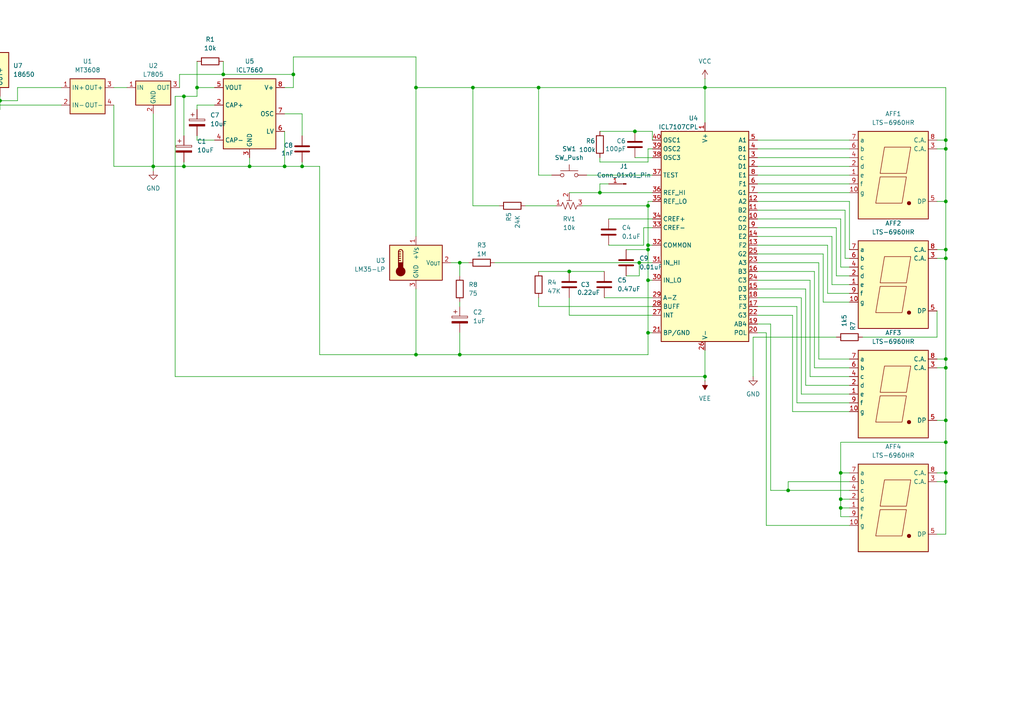
<source format=kicad_sch>
(kicad_sch (version 20231120) (generator "eeschema") (generator_version "8.0")
  (paper "A4")
  (lib_symbols
    (symbol "Analog_ADC:ICL7107CPL"
      (property "Reference" "U" (at -12.7 31.75 0))
      (property "Value" "ICL7107CPL" (at 0 0 0))
      (symbol "ICL7107CPL_0_1"
        (rectangle (start -12.7 30.48) (end 12.7 -30.48) (stroke (width 0.254)) (fill (type background)))
      )
      (symbol "ICL7107CPL_1_1"
        (pin power_in line (at 0 33.02 270) (length 2.54) (name "V+") (number "1"))
        (pin output line (at -15.24 5.08 0) (length 2.54) (name "C2") (number "10"))
        (pin output line (at -15.24 7.62 0) (length 2.54) (name "B2") (number "11"))
        (pin output line (at -15.24 10.16 0) (length 2.54) (name "A2") (number "12"))
        (pin output line (at -15.24 -2.54 0) (length 2.54) (name "F2") (number "13"))
        (pin output line (at -15.24 0 0) (length 2.54) (name "E2") (number "14"))
        (pin output line (at -15.24 -15.24 0) (length 2.54) (name "D3") (number "15"))
        (pin output line (at -15.24 -10.16 0) (length 2.54) (name "B3") (number "16"))
        (pin output line (at -15.24 -20.32 0) (length 2.54) (name "F3") (number "17"))
        (pin output line (at -15.24 -17.78 0) (length 2.54) (name "E3") (number "18"))
        (pin output line (at -15.24 -25.4 0) (length 2.54) (name "AB4") (number "19"))
        (pin output line (at -15.24 20.32 0) (length 2.54) (name "D1") (number "2"))
        (pin output line (at -15.24 -27.94 0) (length 2.54) (name "POL") (number "20"))
        (pin bidirectional line (at 15.24 -27.94 180) (length 2.54) (name "BP/GND") (number "21"))
        (pin output line (at -15.24 -22.86 0) (length 2.54) (name "G3") (number "22"))
        (pin output line (at -15.24 -7.62 0) (length 2.54) (name "A3") (number "23"))
        (pin output line (at -15.24 -12.7 0) (length 2.54) (name "C3") (number "24"))
        (pin output line (at -15.24 -5.08 0) (length 2.54) (name "G2") (number "25"))
        (pin power_in line (at 0 -33.02 90) (length 2.54) (name "V-") (number "26"))
        (pin passive line (at 15.24 -22.86 180) (length 2.54) (name "INT") (number "27"))
        (pin output line (at 15.24 -20.32 180) (length 2.54) (name "BUFF") (number "28"))
        (pin passive line (at 15.24 -17.78 180) (length 2.54) (name "A-Z") (number "29"))
        (pin output line (at -15.24 22.86 0) (length 2.54) (name "C1") (number "3"))
        (pin input line (at 15.24 -12.7 180) (length 2.54) (name "IN_LO") (number "30"))
        (pin input line (at 15.24 -7.62 180) (length 2.54) (name "IN_HI") (number "31"))
        (pin output line (at 15.24 -2.54 180) (length 2.54) (name "COMMON") (number "32"))
        (pin passive line (at 15.24 2.54 180) (length 2.54) (name "CREF-") (number "33"))
        (pin passive line (at 15.24 5.08 180) (length 2.54) (name "CREF+") (number "34"))
        (pin passive line (at 15.24 10.16 180) (length 2.54) (name "REF_LO") (number "35"))
        (pin passive line (at 15.24 12.7 180) (length 2.54) (name "REF_HI") (number "36"))
        (pin passive line (at 15.24 17.78 180) (length 2.54) (name "TEST") (number "37"))
        (pin passive line (at 15.24 22.86 180) (length 2.54) (name "OSC3") (number "38"))
        (pin passive line (at 15.24 25.4 180) (length 2.54) (name "OSC2") (number "39"))
        (pin output line (at -15.24 25.4 0) (length 2.54) (name "B1") (number "4"))
        (pin passive line (at 15.24 27.94 180) (length 2.54) (name "OSC1") (number "40"))
        (pin output line (at -15.24 27.94 0) (length 2.54) (name "A1") (number "5"))
        (pin output line (at -15.24 15.24 0) (length 2.54) (name "F1") (number "6"))
        (pin output line (at -15.24 12.7 0) (length 2.54) (name "G1") (number "7"))
        (pin output line (at -15.24 17.78 0) (length 2.54) (name "E1") (number "8"))
        (pin output line (at -15.24 2.54 0) (length 2.54) (name "D2") (number "9"))
      )
    )
    (symbol "Connector:Conn_01x01_Pin" (pin_names (offset 1.016) hide)
      (property "Reference" "J" (at 0 2.54 0))
      (property "Value" "Conn_01x01_Pin" (at 0 -2.54 0))
      (symbol "Conn_01x01_Pin_1_1"
        (polyline (pts (xy 1.27 0) (xy 0.8636 0)) (stroke (width 0.1524)))
        (rectangle (start 0.8636 0.127) (end 0 -0.127) (stroke (width 0.1524)) (fill (type outline)))
        (pin passive line (at 5.08 0 180) (length 3.81) (name "Pin_1") (number "1"))
      )
    )
    (symbol "Device:C" (pin_numbers hide) (pin_names (offset 0.254))
      (property "Reference" "C" (at 0.635 2.54 0))
      (property "Value" "C" (at 0.635 -2.54 0))
      (symbol "C_0_1"
        (polyline (pts (xy -2.032 -0.762) (xy 2.032 -0.762)) (stroke (width 0.508)))
        (polyline (pts (xy -2.032 0.762) (xy 2.032 0.762)) (stroke (width 0.508)))
      )
      (symbol "C_1_1"
        (pin passive line (at 0 3.81 270) (length 2.794) (name "~") (number "1"))
        (pin passive line (at 0 -3.81 90) (length 2.794) (name "~") (number "2"))
      )
    )
    (symbol "Device:C_Polarized" (pin_numbers hide) (pin_names (offset 0.254))
      (property "Reference" "C" (at 0.635 2.54 0))
      (property "Value" "C_Polarized" (at 0.635 -2.54 0))
      (symbol "C_Polarized_0_1"
        (rectangle (start -2.286 0.508) (end 2.286 1.016))
        (polyline (pts (xy -1.778 2.286) (xy -0.762 2.286)))
        (polyline (pts (xy -1.27 2.794) (xy -1.27 1.778)))
        (rectangle (start 2.286 -0.508) (end -2.286 -1.016) (fill (type outline)))
      )
      (symbol "C_Polarized_1_1"
        (pin passive line (at 0 3.81 270) (length 2.794) (name "~") (number "1"))
        (pin passive line (at 0 -3.81 90) (length 2.794) (name "~") (number "2"))
      )
    )
    (symbol "Device:R" (pin_numbers hide) (pin_names (offset 0))
      (property "Reference" "R" (at 2.032 0 90))
      (property "Value" "R" (at 0 0 90))
      (symbol "R_0_1"
        (rectangle (start -1.016 -2.54) (end 1.016 2.54) (stroke (width 0.254)))
      )
      (symbol "R_1_1"
        (pin passive line (at 0 3.81 270) (length 1.27) (name "~") (number "1"))
        (pin passive line (at 0 -3.81 90) (length 1.27) (name "~") (number "2"))
      )
    )
    (symbol "Device:R_Potentiometer_Trim_US" (pin_names (offset 1.016) hide)
      (property "Reference" "RV" (at -4.445 0 90))
      (property "Value" "R_Potentiometer_Trim_US" (at -2.54 0 90))
      (symbol "R_Potentiometer_Trim_US_0_1"
        (polyline (pts (xy 0 -2.286) (xy 0 -2.54)))
        (polyline (pts (xy 0 2.286) (xy 0 2.54)))
        (polyline (pts (xy 1.524 0.762) (xy 1.524 -0.762)))
        (polyline (pts (xy 2.54 0) (xy 1.524 0)))
        (polyline (pts (xy 0 -0.762) (xy 1.016 -1.143) (xy 0 -1.524) (xy -1.016 -1.905) (xy 0 -2.286)))
        (polyline (pts (xy 0 0.762) (xy 1.016 0.381) (xy 0 0) (xy -1.016 -0.381) (xy 0 -0.762)))
        (polyline (pts (xy 0 2.286) (xy 1.016 1.905) (xy 0 1.524) (xy -1.016 1.143) (xy 0 0.762)))
      )
      (symbol "R_Potentiometer_Trim_US_1_1"
        (pin passive line (at 0 3.81 270) (length 1.27) (name "1") (number "1"))
        (pin passive line (at 3.81 0 180) (length 1.27) (name "2") (number "2"))
        (pin passive line (at 0 -3.81 90) (length 1.27) (name "3") (number "3"))
      )
    )
    (symbol "Display_Character:LTS-6960HR"
      (property "Reference" "AFF" (at -7.874 13.97 0))
      (property "Value" "LTS-6960HR" (at -2.032 13.97 0))
      (symbol "LTS-6960HR_0_1"
        (rectangle (start -10.16 12.7) (end 10.16 -12.7) (stroke (width 0.254)) (fill (type background)))
        (polyline (pts (xy -3.81 -0.508) (xy 3.81 -0.508) (xy 2.54 -8.128) (xy -5.08 -8.128) (xy -3.81 -0.508) (xy -3.81 -0.508)))
        (polyline (pts (xy -2.54 8.128) (xy 5.08 8.128) (xy 3.81 0.508) (xy -3.81 0.508) (xy -2.54 8.128) (xy -2.54 8.128)))
        (circle (center 4.572 -8.128) (radius 0.508) (fill (type outline)))
      )
      (symbol "LTS-6960HR_1_1"
        (pin passive line (at -12.7 0 0) (length 2.54) (name "e") (number "1"))
        (pin passive line (at -12.7 -5.08 0) (length 2.54) (name "g") (number "10"))
        (pin passive line (at -12.7 2.54 0) (length 2.54) (name "d") (number "2"))
        (pin passive line (at 12.7 7.62 180) (length 2.54) (name "C.A.") (number "3"))
        (pin passive line (at -12.7 5.08 0) (length 2.54) (name "c") (number "4"))
        (pin passive line (at 12.7 -7.62 180) (length 2.54) (name "DP") (number "5"))
        (pin passive line (at -12.7 7.62 0) (length 2.54) (name "b") (number "6"))
        (pin passive line (at -12.7 10.16 0) (length 2.54) (name "a") (number "7"))
        (pin passive line (at 12.7 10.16 180) (length 2.54) (name "C.A.") (number "8"))
        (pin passive line (at -12.7 -2.54 0) (length 2.54) (name "f") (number "9"))
      )
    )
    (symbol "New_Library:18650"
      (property "Reference" "U" (at -2.54 8.89 0))
      (property "Value" "18650" (at -3.81 6.35 0))
      (symbol "18650_0_1"
        (rectangle (start -5.08 5.08) (end 5.08 -5.08) (stroke (width 0.254)) (fill (type background)))
      )
      (symbol "18650_1_1"
        (pin passive line (at 7.62 2.54 180) (length 2.54) (name "OUT+") (number "1"))
        (pin input line (at 7.62 -2.54 180) (length 2.54) (name "OUT-") (number "2"))
        (pin no_connect line (at 5.08 0 180) (length 2.54) hide (name "NC") (number "6"))
      )
    )
    (symbol "New_Library:MT3608"
      (property "Reference" "U" (at -2.54 8.89 0))
      (property "Value" "MT3608" (at -3.81 6.35 0))
      (symbol "MT3608_0_1"
        (rectangle (start -5.08 5.08) (end 5.08 -5.08) (stroke (width 0.254)) (fill (type background)))
      )
      (symbol "MT3608_1_1"
        (pin power_in line (at -7.62 2.54 0) (length 2.54) (name "IN+") (number "1"))
        (pin input line (at -7.62 -2.54 0) (length 2.54) (name "IN-") (number "2"))
        (pin passive line (at 7.62 2.54 180) (length 2.54) (name "OUT+") (number "3"))
        (pin input line (at 7.62 -2.54 180) (length 2.54) (name "OUT-") (number "4"))
        (pin no_connect line (at 5.08 0 180) (length 2.54) hide (name "NC") (number "6"))
      )
    )
    (symbol "New_Library:TP4056"
      (property "Reference" "U" (at 0 0 0))
      (symbol "TP4056_1_1"
        (rectangle (start -5.08 3.81) (end 5.08 -3.81) (fill (type color) (color 255 251 198 1)))
        (text "TP4056\n" (at 0.254 4.826 0) (effects (font (size 1.27 1.27))))
        (pin output line (at 7.62 2.54 180) (length 2.54) (name "OUT+") (number "1"))
        (pin output line (at 7.62 -2.54 180) (length 2.54) (name "OUT-") (number "2"))
      )
    )
    (symbol "Regulator_Linear:L7805" (pin_names (offset 0.254))
      (property "Reference" "U" (at -3.81 3.175 0))
      (property "Value" "L7805" (at 0 3.175 0))
      (symbol "L7805_0_1"
        (rectangle (start -5.08 1.905) (end 5.08 -5.08) (stroke (width 0.254)) (fill (type background)))
      )
      (symbol "L7805_1_1"
        (pin power_in line (at -7.62 0 0) (length 2.54) (name "IN") (number "1"))
        (pin power_in line (at 0 -7.62 90) (length 2.54) (name "GND") (number "2"))
        (pin power_out line (at 7.62 0 180) (length 2.54) (name "OUT") (number "3"))
      )
    )
    (symbol "Regulator_SwitchedCapacitor:ICL7660"
      (property "Reference" "U" (at -6.35 11.43 0))
      (property "Value" "ICL7660" (at 3.81 11.43 0))
      (symbol "ICL7660_0_1"
        (rectangle (start -7.62 10.16) (end 7.62 -10.16) (stroke (width 0.254)) (fill (type background)))
      )
      (symbol "ICL7660_1_1"
        (pin no_connect line (at -7.62 5.08 0) (length 2.54) hide (name "NC") (number "1"))
        (pin input line (at 10.16 2.54 180) (length 2.54) (name "CAP+") (number "2"))
        (pin power_in line (at 0 -12.7 90) (length 2.54) (name "GND") (number "3"))
        (pin input line (at 10.16 -7.62 180) (length 2.54) (name "CAP-") (number "4"))
        (pin power_out line (at 10.16 7.62 180) (length 2.54) (name "VOUT") (number "5"))
        (pin input line (at -10.16 -5.08 0) (length 2.54) (name "LV") (number "6"))
        (pin input line (at -10.16 0 0) (length 2.54) (name "OSC") (number "7"))
        (pin power_in line (at -10.16 7.62 0) (length 2.54) (name "V+") (number "8"))
      )
    )
    (symbol "Sensor_Temperature:LM35-LP"
      (property "Reference" "U" (at -6.35 6.35 0))
      (property "Value" "LM35-LP" (at 1.27 6.35 0))
      (symbol "LM35-LP_0_1"
        (rectangle (start -7.62 5.08) (end 7.62 -5.08) (stroke (width 0.254)) (fill (type background)))
        (circle (center -4.445 -2.54) (radius 1.27) (stroke (width 0.254)) (fill (type outline)))
        (rectangle (start -3.81 -1.905) (end -5.08 0) (stroke (width 0.254)) (fill (type outline)))
        (arc (start -3.81 3.175) (mid -4.445 3.8073) (end -5.08 3.175) (stroke (width 0.254)))
        (polyline (pts (xy -5.08 0.635) (xy -4.445 0.635)) (stroke (width 0.254)))
        (polyline (pts (xy -5.08 1.27) (xy -4.445 1.27)) (stroke (width 0.254)))
        (polyline (pts (xy -5.08 1.905) (xy -4.445 1.905)) (stroke (width 0.254)))
        (polyline (pts (xy -5.08 2.54) (xy -4.445 2.54)) (stroke (width 0.254)))
        (polyline (pts (xy -5.08 3.175) (xy -5.08 0)) (stroke (width 0.254)))
        (polyline (pts (xy -5.08 3.175) (xy -4.445 3.175)) (stroke (width 0.254)))
        (polyline (pts (xy -3.81 3.175) (xy -3.81 0)) (stroke (width 0.254)))
      )
      (symbol "LM35-LP_1_1"
        (pin power_in line (at 0 7.62 270) (length 2.54) (name "+V_{S}") (number "1"))
        (pin output line (at 10.16 0 180) (length 2.54) (name "V_{OUT}") (number "2"))
        (pin power_in line (at 0 -7.62 90) (length 2.54) (name "GND") (number "3"))
      )
    )
    (symbol "Switch:SW_Push" (pin_numbers hide) (pin_names (offset 1.016) hide)
      (property "Reference" "SW" (at 1.27 2.54 0))
      (property "Value" "SW_Push" (at 0 -1.524 0))
      (symbol "SW_Push_0_1"
        (circle (center -2.032 0) (radius 0.508))
        (polyline (pts (xy 0 1.27) (xy 0 3.048)))
        (polyline (pts (xy 2.54 1.27) (xy -2.54 1.27)))
        (circle (center 2.032 0) (radius 0.508))
        (pin passive line (at -5.08 0 0) (length 2.54) (name "1") (number "1"))
        (pin passive line (at 5.08 0 180) (length 2.54) (name "2") (number "2"))
      )
    )
    (symbol "power:GND" (power) (pin_numbers hide) (pin_names (offset 0) hide)
      (property "Value" "GND" (at 0 -3.81 0))
      (symbol "GND_0_1"
        (polyline (pts (xy 0 0) (xy 0 -1.27) (xy 1.27 -1.27) (xy 0 -2.54) (xy -1.27 -1.27) (xy 0 -1.27)))
      )
      (symbol "GND_1_1"
        (pin power_in line (at 0 0 270) (length 0) (name "~") (number "1"))
      )
    )
    (symbol "power:VCC" (power) (pin_numbers hide) (pin_names (offset 0) hide)
      (property "Value" "VCC" (at 0 3.556 0))
      (symbol "VCC_0_1"
        (polyline (pts (xy -0.762 1.27) (xy 0 2.54)))
        (polyline (pts (xy 0 0) (xy 0 2.54)))
        (polyline (pts (xy 0 2.54) (xy 0.762 1.27)))
      )
      (symbol "VCC_1_1"
        (pin power_in line (at 0 0 90) (length 0) (name "~") (number "1"))
      )
    )
    (symbol "power:VEE" (power) (pin_numbers hide) (pin_names (offset 0) hide)
      (property "Value" "VEE" (at 0 3.556 0))
      (symbol "VEE_0_1"
        (polyline (pts (xy 0 0) (xy 0 2.54)))
        (polyline (pts (xy 0.762 1.27) (xy -0.762 1.27) (xy 0 2.54) (xy 0.762 1.27)) (fill (type outline)))
      )
      (symbol "VEE_1_1"
        (pin power_in line (at 0 0 90) (length 0) (name "~") (number "1"))
      )
    )
  )
  (junction (at 187.96 59.69))
  (junction (at 274.32 139.7))
  (junction (at 274.32 58.42))
  (junction (at 187.96 72.39))
  (junction (at 274.32 104.14))
  (junction (at 156.21 25.4))
  (junction (at 120.65 25.4))
  (junction (at 185.42 76.2))
  (junction (at 228.6 142.24))
  (junction (at 204.47 25.4))
  (junction (at 57.15 25.4))
  (junction (at 187.96 81.28))
  (junction (at 243.84 137.16))
  (junction (at 53.34 48.26))
  (junction (at 87.63 48.26))
  (junction (at 243.84 144.78))
  (junction (at 72.39 48.26))
  (junction (at 274.32 72.39))
  (junction (at 165.1 78.74))
  (junction (at 274.32 106.68))
  (junction (at 274.32 128.27))
  (junction (at 274.32 74.93))
  (junction (at 274.32 43.18))
  (junction (at 274.32 137.16))
  (junction (at 274.32 40.64))
  (junction (at -5.08 30.48))
  (junction (at 243.84 147.32))
  (junction (at 173.99 55.88))
  (junction (at 187.96 71.12))
  (junction (at 133.35 76.2))
  (junction (at 137.16 25.4))
  (junction (at 187.96 96.52))
  (junction (at 274.32 121.92))
  (junction (at 85.09 21.59))
  (junction (at 133.35 102.87))
  (junction (at 0 29.21))
  (junction (at 204.47 109.22))
  (junction (at 53.34 27.94))
  (junction (at 44.45 48.26))
  (junction (at 64.77 21.59))
  (junction (at 82.55 48.26))
  (junction (at 184.15 38.1))
  (junction (at 120.65 102.87))
  (wire (pts (xy 53.34 46.99) (xy 53.34 48.26)))
  (wire (pts (xy 219.71 81.28) (xy 234.95 81.28)))
  (wire (pts (xy 229.87 119.38) (xy 246.38 119.38)))
  (wire (pts (xy 52.07 21.59) (xy 64.77 21.59)))
  (wire (pts (xy 57.15 31.75) (xy 57.15 30.48)))
  (wire (pts (xy 223.52 142.24) (xy 228.6 142.24)))
  (wire (pts (xy 189.23 66.04) (xy 186.69 66.04)))
  (wire (pts (xy 204.47 22.86) (xy 204.47 25.4)))
  (wire (pts (xy 176.53 63.5) (xy 189.23 63.5)))
  (wire (pts (xy 246.38 77.47) (xy 243.84 77.47)))
  (wire (pts (xy 274.32 72.39) (xy 274.32 58.42)))
  (wire (pts (xy 246.38 144.78) (xy 243.84 144.78)))
  (wire (pts (xy 187.96 72.39) (xy 187.96 81.28)))
  (wire (pts (xy 120.65 25.4) (xy 137.16 25.4)))
  (wire (pts (xy 57.15 25.4) (xy 62.23 25.4)))
  (wire (pts (xy 44.45 33.02) (xy 44.45 48.26)))
  (wire (pts (xy 87.63 46.99) (xy 87.63 48.26)))
  (wire (pts (xy 229.87 91.44) (xy 229.87 119.38)))
  (wire (pts (xy 44.45 48.26) (xy 44.45 49.53)))
  (wire (pts (xy 57.15 27.94) (xy 57.15 25.4)))
  (wire (pts (xy 242.57 80.01) (xy 246.38 80.01)))
  (wire (pts (xy 238.76 87.63) (xy 246.38 87.63)))
  (wire (pts (xy 87.63 39.37) (xy 87.63 33.02)))
  (wire (pts (xy 57.15 39.37) (xy 57.15 40.64)))
  (wire (pts (xy 173.99 38.1) (xy 184.15 38.1)))
  (wire (pts (xy 133.35 76.2) (xy 135.89 76.2)))
  (wire (pts (xy 274.32 106.68) (xy 274.32 121.92)))
  (wire (pts (xy 44.45 48.26) (xy 53.34 48.26)))
  (wire (pts (xy 245.11 74.93) (xy 246.38 74.93)))
  (wire (pts (xy 237.49 76.2) (xy 237.49 104.14)))
  (wire (pts (xy 137.16 25.4) (xy 137.16 59.69)))
  (wire (pts (xy 57.15 40.64) (xy 62.23 40.64)))
  (wire (pts (xy 204.47 109.22) (xy 204.47 110.49)))
  (wire (pts (xy 53.34 27.94) (xy 57.15 27.94)))
  (wire (pts (xy 271.78 40.64) (xy 274.32 40.64)))
  (wire (pts (xy 189.23 88.9) (xy 156.21 88.9)))
  (wire (pts (xy 57.15 30.48) (xy 62.23 30.48)))
  (wire (pts (xy 52.07 25.4) (xy 52.07 21.59)))
  (wire (pts (xy 50.8 109.22) (xy 204.47 109.22)))
  (wire (pts (xy 274.32 106.68) (xy 274.32 104.14)))
  (wire (pts (xy 274.32 139.7) (xy 274.32 137.16)))
  (wire (pts (xy 243.84 149.86) (xy 243.84 147.32)))
  (wire (pts (xy 165.1 91.44) (xy 165.1 86.36)))
  (wire (pts (xy 219.71 76.2) (xy 237.49 76.2)))
  (wire (pts (xy 187.96 43.18) (xy 189.23 43.18)))
  (wire (pts (xy -12.7 31.75) (xy 0 31.75)))
  (wire (pts (xy 161.29 59.69) (xy 152.4 59.69)))
  (wire (pts (xy 219.71 96.52) (xy 222.25 96.52)))
  (wire (pts (xy 173.99 46.99) (xy 187.96 46.99)))
  (wire (pts (xy 274.32 154.94) (xy 274.32 139.7)))
  (wire (pts (xy 271.78 90.17) (xy 271.78 97.79)))
  (wire (pts (xy 156.21 78.74) (xy 165.1 78.74)))
  (wire (pts (xy 120.65 102.87) (xy 133.35 102.87)))
  (wire (pts (xy 219.71 66.04) (xy 242.57 66.04)))
  (wire (pts (xy 271.78 74.93) (xy 274.32 74.93)))
  (wire (pts (xy 223.52 93.98) (xy 223.52 142.24)))
  (wire (pts (xy 243.84 144.78) (xy 243.84 137.16)))
  (wire (pts (xy 5.08 25.4) (xy 5.08 29.21)))
  (wire (pts (xy 33.02 25.4) (xy 36.83 25.4)))
  (wire (pts (xy 186.69 66.04) (xy 186.69 71.12)))
  (wire (pts (xy 72.39 48.26) (xy 72.39 45.72)))
  (wire (pts (xy 246.38 149.86) (xy 243.84 149.86)))
  (wire (pts (xy 57.15 17.78) (xy 57.15 25.4)))
  (wire (pts (xy 82.55 25.4) (xy 85.09 25.4)))
  (wire (pts (xy 243.84 147.32) (xy 243.84 144.78)))
  (wire (pts (xy 246.38 116.84) (xy 231.14 116.84)))
  (wire (pts (xy 186.69 71.12) (xy 176.53 71.12)))
  (wire (pts (xy 175.26 86.36) (xy 189.23 86.36)))
  (wire (pts (xy 219.71 86.36) (xy 232.41 86.36)))
  (wire (pts (xy 17.78 25.4) (xy 5.08 25.4)))
  (wire (pts (xy 189.23 58.42) (xy 187.96 58.42)))
  (wire (pts (xy 53.34 39.37) (xy 53.34 27.94)))
  (wire (pts (xy 156.21 88.9) (xy 156.21 86.36)))
  (wire (pts (xy 219.71 50.8) (xy 246.38 50.8)))
  (wire (pts (xy 245.11 60.96) (xy 245.11 74.93)))
  (wire (pts (xy 219.71 45.72) (xy 246.38 45.72)))
  (wire (pts (xy 219.71 91.44) (xy 229.87 91.44)))
  (wire (pts (xy 92.71 102.87) (xy 92.71 48.26)))
  (wire (pts (xy 274.32 25.4) (xy 274.32 40.64)))
  (wire (pts (xy 219.71 60.96) (xy 245.11 60.96)))
  (wire (pts (xy 184.15 38.1) (xy 189.23 38.1)))
  (wire (pts (xy 242.57 66.04) (xy 242.57 80.01)))
  (wire (pts (xy 238.76 73.66) (xy 238.76 87.63)))
  (wire (pts (xy -12.7 27.94) (xy -12.7 31.75)))
  (wire (pts (xy 130.81 76.2) (xy 133.35 76.2)))
  (wire (pts (xy 165.1 78.74) (xy 175.26 78.74)))
  (wire (pts (xy 187.96 71.12) (xy 189.23 71.12)))
  (wire (pts (xy 185.42 80.01) (xy 185.42 76.2)))
  (wire (pts (xy 219.71 48.26) (xy 246.38 48.26)))
  (wire (pts (xy 219.71 55.88) (xy 246.38 55.88)))
  (wire (pts (xy 236.22 78.74) (xy 219.71 78.74)))
  (wire (pts (xy 271.78 121.92) (xy 274.32 121.92)))
  (wire (pts (xy 53.34 27.94) (xy 50.8 27.94)))
  (wire (pts (xy 223.52 93.98) (xy 219.71 93.98)))
  (wire (pts (xy 271.78 43.18) (xy 274.32 43.18)))
  (wire (pts (xy 219.71 71.12) (xy 240.03 71.12)))
  (wire (pts (xy 274.32 58.42) (xy 274.32 43.18)))
  (wire (pts (xy 185.42 76.2) (xy 189.23 76.2)))
  (wire (pts (xy 243.84 77.47) (xy 243.84 63.5)))
  (wire (pts (xy 173.99 53.34) (xy 173.99 55.88)))
  (wire (pts (xy 222.25 152.4) (xy 246.38 152.4)))
  (wire (pts (xy 85.09 16.51) (xy 120.65 16.51)))
  (wire (pts (xy 241.3 68.58) (xy 219.71 68.58)))
  (wire (pts (xy 219.71 43.18) (xy 246.38 43.18)))
  (wire (pts (xy 243.84 63.5) (xy 219.71 63.5)))
  (wire (pts (xy 236.22 106.68) (xy 236.22 78.74)))
  (wire (pts (xy 246.38 142.24) (xy 228.6 142.24)))
  (wire (pts (xy 246.38 58.42) (xy 219.71 58.42)))
  (wire (pts (xy 87.63 33.02) (xy 82.55 33.02)))
  (wire (pts (xy 222.25 96.52) (xy 222.25 152.4)))
  (wire (pts (xy 184.15 45.72) (xy 189.23 45.72)))
  (wire (pts (xy 189.23 81.28) (xy 187.96 81.28)))
  (wire (pts (xy 187.96 96.52) (xy 187.96 102.87)))
  (wire (pts (xy -17.78 27.94) (xy -17.78 30.48)))
  (wire (pts (xy 204.47 101.6) (xy 204.47 109.22)))
  (wire (pts (xy 165.1 55.88) (xy 173.99 55.88)))
  (wire (pts (xy 133.35 87.63) (xy 133.35 88.9)))
  (wire (pts (xy 246.38 147.32) (xy 243.84 147.32)))
  (wire (pts (xy 87.63 48.26) (xy 82.55 48.26)))
  (wire (pts (xy 120.65 16.51) (xy 120.65 25.4)))
  (wire (pts (xy 181.61 80.01) (xy 185.42 80.01)))
  (wire (pts (xy 120.65 102.87) (xy 92.71 102.87)))
  (wire (pts (xy 173.99 45.72) (xy 173.99 46.99)))
  (wire (pts (xy 133.35 102.87) (xy 187.96 102.87)))
  (wire (pts (xy 204.47 25.4) (xy 204.47 35.56)))
  (wire (pts (xy 274.32 104.14) (xy 274.32 74.93)))
  (wire (pts (xy 144.78 59.69) (xy 137.16 59.69)))
  (wire (pts (xy 204.47 25.4) (xy 274.32 25.4)))
  (wire (pts (xy 187.96 58.42) (xy 187.96 59.69)))
  (wire (pts (xy 274.32 74.93) (xy 274.32 72.39)))
  (wire (pts (xy 274.32 121.92) (xy 274.32 128.27)))
  (wire (pts (xy 228.6 142.24) (xy 228.6 139.7)))
  (wire (pts (xy 219.71 40.64) (xy 246.38 40.64)))
  (wire (pts (xy 189.23 40.64) (xy 189.23 38.1)))
  (wire (pts (xy 0 31.75) (xy 0 29.21)))
  (wire (pts (xy 237.49 104.14) (xy 246.38 104.14)))
  (wire (pts (xy 271.78 97.79) (xy 250.19 97.79)))
  (wire (pts (xy 143.51 76.2) (xy 185.42 76.2)))
  (wire (pts (xy 189.23 96.52) (xy 187.96 96.52)))
  (wire (pts (xy 246.38 111.76) (xy 233.68 111.76)))
  (wire (pts (xy -5.08 30.48) (xy -5.08 27.94)))
  (wire (pts (xy 271.78 106.68) (xy 274.32 106.68)))
  (wire (pts (xy 271.78 154.94) (xy 274.32 154.94)))
  (wire (pts (xy 231.14 88.9) (xy 219.71 88.9)))
  (wire (pts (xy 53.34 48.26) (xy 72.39 48.26)))
  (wire (pts (xy 181.61 72.39) (xy 187.96 72.39)))
  (wire (pts (xy 156.21 50.8) (xy 160.02 50.8)))
  (wire (pts (xy 156.21 25.4) (xy 156.21 50.8)))
  (wire (pts (xy 176.53 53.34) (xy 173.99 53.34)))
  (wire (pts (xy 82.55 48.26) (xy 72.39 48.26)))
  (wire (pts (xy 240.03 85.09) (xy 246.38 85.09)))
  (wire (pts (xy 50.8 27.94) (xy 50.8 109.22)))
  (wire (pts (xy 173.99 55.88) (xy 189.23 55.88)))
  (wire (pts (xy 189.23 91.44) (xy 165.1 91.44)))
  (wire (pts (xy 187.96 71.12) (xy 187.96 72.39)))
  (wire (pts (xy 243.84 128.27) (xy 243.84 137.16)))
  (wire (pts (xy 246.38 106.68) (xy 236.22 106.68)))
  (wire (pts (xy 168.91 59.69) (xy 187.96 59.69)))
  (wire (pts (xy 233.68 111.76) (xy 233.68 83.82)))
  (wire (pts (xy 271.78 58.42) (xy 274.32 58.42)))
  (wire (pts (xy -5.08 30.48) (xy 17.78 30.48)))
  (wire (pts (xy 246.38 72.39) (xy 246.38 58.42)))
  (wire (pts (xy 271.78 137.16) (xy 274.32 137.16)))
  (wire (pts (xy 240.03 71.12) (xy 240.03 85.09)))
  (wire (pts (xy 85.09 21.59) (xy 85.09 25.4)))
  (wire (pts (xy 219.71 53.34) (xy 246.38 53.34)))
  (wire (pts (xy 274.32 128.27) (xy 274.32 137.16)))
  (wire (pts (xy 219.71 73.66) (xy 238.76 73.66)))
  (wire (pts (xy 218.44 97.79) (xy 218.44 109.22)))
  (wire (pts (xy 187.96 46.99) (xy 187.96 43.18)))
  (wire (pts (xy 271.78 104.14) (xy 274.32 104.14)))
  (wire (pts (xy 241.3 82.55) (xy 241.3 68.58)))
  (wire (pts (xy 170.18 50.8) (xy 189.23 50.8)))
  (wire (pts (xy 0 29.21) (xy 0 27.94)))
  (wire (pts (xy 271.78 72.39) (xy 274.32 72.39)))
  (wire (pts (xy 64.77 17.78) (xy 64.77 21.59)))
  (wire (pts (xy 242.57 97.79) (xy 218.44 97.79)))
  (wire (pts (xy 274.32 43.18) (xy 274.32 40.64)))
  (wire (pts (xy -17.78 30.48) (xy -5.08 30.48)))
  (wire (pts (xy 243.84 128.27) (xy 274.32 128.27)))
  (wire (pts (xy 120.65 83.82) (xy 120.65 102.87)))
  (wire (pts (xy 156.21 25.4) (xy 137.16 25.4)))
  (wire (pts (xy 64.77 21.59) (xy 85.09 21.59)))
  (wire (pts (xy 82.55 38.1) (xy 82.55 48.26)))
  (wire (pts (xy 233.68 83.82) (xy 219.71 83.82)))
  (wire (pts (xy 133.35 80.01) (xy 133.35 76.2)))
  (wire (pts (xy 232.41 86.36) (xy 232.41 114.3)))
  (wire (pts (xy 5.08 29.21) (xy 0 29.21)))
  (wire (pts (xy 234.95 81.28) (xy 234.95 109.22)))
  (wire (pts (xy 120.65 25.4) (xy 120.65 68.58)))
  (wire (pts (xy 187.96 59.69) (xy 187.96 71.12)))
  (wire (pts (xy 246.38 139.7) (xy 228.6 139.7)))
  (wire (pts (xy 234.95 109.22) (xy 246.38 109.22)))
  (wire (pts (xy 271.78 139.7) (xy 274.32 139.7)))
  (wire (pts (xy 246.38 137.16) (xy 243.84 137.16)))
  (wire (pts (xy 133.35 96.52) (xy 133.35 102.87)))
  (wire (pts (xy 232.41 114.3) (xy 246.38 114.3)))
  (wire (pts (xy 246.38 82.55) (xy 241.3 82.55)))
  (wire (pts (xy 231.14 116.84) (xy 231.14 88.9)))
  (wire (pts (xy 33.02 48.26) (xy 44.45 48.26)))
  (wire (pts (xy 156.21 25.4) (xy 204.47 25.4)))
  (wire (pts (xy 187.96 81.28) (xy 187.96 96.52)))
  (wire (pts (xy 85.09 21.59) (xy 85.09 16.51)))
  (wire (pts (xy 33.02 30.48) (xy 33.02 48.26)))
  (wire (pts (xy 92.71 48.26) (xy 87.63 48.26)))
  (symbol (lib_id "Device:C") (at 175.26 82.55 0) (unit 1)
    (property "Reference" "C5" (at 179.07 81.2799 0) (effects (justify left)))
    (property "Value" "0.47uF" (at 179.07 83.8199 0) (effects (justify left)))
    (property "Footprint" "Capacitor_THT:C_Disc_D12.5mm_W5.0mm_P10.00mm" (effects (hide yes)))
  )
  (symbol (lib_id "power:VEE") (at 204.47 110.49 180) (unit 1)
    (property "Reference" "#PWR03" (effects (hide yes)))
    (property "Value" "VEE" (at 204.47 115.57 0))
    (property "Description" "Power symbol creates a global label with name \"VEE\"" (effects (hide yes)))
  )
  (symbol (lib_id "Device:C") (at 165.1 82.55 0) (unit 1)
    (property "Reference" "C3" (at 168.402 82.55 0) (effects (justify left)))
    (property "Value" "0.22uF" (at 167.386 84.836 0) (effects (justify left)))
    (property "Footprint" "Capacitor_THT:C_Disc_D10.5mm_W5.0mm_P7.50mm" (effects (hide yes)))
  )
  (symbol (lib_id "power:GND") (at 218.44 109.22 0) (unit 1)
    (property "Reference" "#PWR04" (effects (hide yes)))
    (property "Value" "GND" (at 218.44 114.3 0))
    (property "Description" "Power symbol creates a global label with name \"GND\" , ground" (effects (hide yes)))
  )
  (symbol (lib_id "Regulator_SwitchedCapacitor:ICL7660") (at 72.39 33.02 0) (mirror y) (unit 1)
    (property "Reference" "U5" (at 72.39 17.78 0))
    (property "Value" "ICL7660" (at 72.39 20.32 0))
    (property "Footprint" "Package_DIP:DIP-8_W7.62mm_LongPads" (effects (hide yes)))
    (property "Datasheet" "http://datasheets.maximintegrated.com/en/ds/ICL7660-MAX1044.pdf" (effects (hide yes)))
    (property "Description" "Switched-Capacitor Voltage Converter, 1.5V to 10.0V operating supply voltage, 10mA with a 0.5V output drop, SO-8/DIP-8/µMAX-8/TO-99" (effects (hide yes)))
  )
  (symbol (lib_id "New_Library:TP4056") (at -15.24 20.32 270) (unit 1)
    (property "Reference" "U6" (at -6.35 19.6849 90) (effects (justify left)))
    (property "Value" "~" (at -6.35 21.59 90) (effects (justify left)))
    (property "Footprint" "Library:TP4056" (effects (hide yes)))
  )
  (symbol (lib_id "Device:C") (at 176.53 67.31 0) (unit 1)
    (property "Reference" "C4" (at 180.34 66.0399 0) (effects (justify left)))
    (property "Value" "0.1uF" (at 180.34 68.5799 0) (effects (justify left)))
    (property "Footprint" "Capacitor_THT:C_Disc_D10.5mm_W5.0mm_P7.50mm" (effects (hide yes)))
  )
  (symbol (lib_id "Device:R") (at 173.99 41.91 0) (unit 1)
    (property "Reference" "R6" (at 169.926 40.894 0) (effects (justify left)))
    (property "Value" "100k" (at 167.894 43.434 0) (effects (justify left)))
    (property "Footprint" "Resistor_THT:R_Axial_DIN0309_L9.0mm_D3.2mm_P15.24mm_Horizontal" (effects (hide yes)))
  )
  (symbol (lib_id "New_Library:MT3608") (at 25.4 27.94 0) (unit 1)
    (property "Reference" "U1" (at 25.4 17.78 0))
    (property "Value" "MT3608" (at 25.4 20.32 0))
    (property "Footprint" "Library:MT3608" (effects (hide yes)))
    (property "Datasheet" "https://www.olimex.com/Products/Breadboarding/BB-PWR-3608/resources/MT3608.pdf" (effects (hide yes)))
    (property "Description" "High Efficiency 1.2MHz 2A Step Up Converter, 2-24V Vin, 28V Vout, 4A current limit, 1.2MHz, SOT23-6" (effects (hide yes)))
  )
  (symbol (lib_id "Regulator_Linear:L7805") (at 44.45 25.4 0) (unit 1)
    (property "Reference" "U2" (at 44.45 19.05 0))
    (property "Value" "L7805" (at 44.45 21.59 0))
    (property "Footprint" "Package_TO_SOT_THT:TO-220-3_Vertical" (effects (hide yes)))
    (property "Datasheet" "http://www.st.com/content/ccc/resource/technical/document/datasheet/41/4f/b3/b0/12/d4/47/88/CD00000444.pdf/files/CD00000444.pdf/jcr:content/translations/en.CD00000444.pdf" (effects (hide yes)))
    (property "Description" "Positive 1.5A 35V Linear Regulator, Fixed Output 5V, TO-220/TO-263/TO-252" (effects (hide yes)))
  )
  (symbol (lib_id "Device:R_Potentiometer_Trim_US") (at 165.1 59.69 90) (unit 1)
    (property "Reference" "RV1" (at 165.1 63.5 90))
    (property "Value" "10k" (at 165.1 66.04 90))
    (property "Footprint" "Library:TRIM_3296W-1-250" (effects (hide yes)))
  )
  (symbol (lib_id "Device:C") (at 181.61 76.2 0) (unit 1)
    (property "Reference" "C9" (at 185.42 74.9299 0) (effects (justify left)))
    (property "Value" "0.01uF" (at 185.42 77.4699 0) (effects (justify left)))
    (property "Footprint" "Capacitor_THT:C_Disc_D10.5mm_W5.0mm_P7.50mm" (effects (hide yes)))
  )
  (symbol (lib_id "Display_Character:LTS-6960HR") (at 259.08 82.55 0) (unit 1)
    (property "Reference" "AFF2" (at 259.08 64.77 0))
    (property "Value" "LTS-6960HR" (at 259.08 67.31 0))
    (property "Footprint" "Display_7Segment:7SegmentLED_LTS6760_LTS6780" (effects (hide yes)))
    (property "Datasheet" "https://datasheet.octopart.com/LTS-6960HR-Lite-On-datasheet-11803242.pdf" (effects (hide yes)))
  )
  (symbol (lib_id "Device:C") (at 87.63 43.18 0) (unit 1)
    (property "Reference" "C8" (at 82.296 42.164 0) (effects (justify left)))
    (property "Value" "1nF" (at 81.534 44.45 0) (effects (justify left)))
    (property "Footprint" "Capacitor_THT:C_Disc_D10.5mm_W5.0mm_P5.00mm" (effects (hide yes)))
  )
  (symbol (lib_id "Display_Character:LTS-6960HR") (at 259.08 114.3 0) (unit 1)
    (property "Reference" "AFF3" (at 259.08 96.52 0))
    (property "Value" "LTS-6960HR" (at 259.08 99.06 0))
    (property "Footprint" "Display_7Segment:7SegmentLED_LTS6760_LTS6780" (effects (hide yes)))
    (property "Datasheet" "https://datasheet.octopart.com/LTS-6960HR-Lite-On-datasheet-11803242.pdf" (effects (hide yes)))
  )
  (symbol (lib_id "Device:R") (at 60.96 17.78 90) (unit 1)
    (property "Reference" "R1" (at 60.96 11.43 90))
    (property "Value" "10k" (at 60.96 13.97 90))
    (property "Footprint" "Resistor_THT:R_Axial_DIN0309_L9.0mm_D3.2mm_P15.24mm_Horizontal" (effects (hide yes)))
  )
  (symbol (lib_id "Device:R") (at 246.38 97.79 270) (unit 1)
    (property "Reference" "R7" (at 247.396 93.218 0) (effects (justify left)))
    (property "Value" "1k5" (at 244.856 91.186 0) (effects (justify left)))
    (property "Footprint" "Resistor_THT:R_Axial_DIN0309_L9.0mm_D3.2mm_P15.24mm_Horizontal" (effects (hide yes)))
  )
  (symbol (lib_id "Display_Character:LTS-6960HR") (at 259.08 147.32 0) (unit 1)
    (property "Reference" "AFF4" (at 259.08 129.54 0))
    (property "Value" "LTS-6960HR" (at 259.08 132.08 0))
    (property "Footprint" "Display_7Segment:7SegmentLED_LTS6760_LTS6780" (effects (hide yes)))
    (property "Datasheet" "https://datasheet.octopart.com/LTS-6960HR-Lite-On-datasheet-11803242.pdf" (effects (hide yes)))
  )
  (symbol (lib_id "power:VCC") (at 204.47 22.86 0) (unit 1)
    (property "Reference" "#PWR02" (effects (hide yes)))
    (property "Value" "VCC" (at 204.47 17.78 0))
    (property "Description" "Power symbol creates a global label with name \"VCC\"" (effects (hide yes)))
  )
  (symbol (lib_id "Display_Character:LTS-6960HR") (at 259.08 50.8 0) (unit 1)
    (property "Reference" "AFF1" (at 259.08 33.02 0))
    (property "Value" "LTS-6960HR" (at 259.08 35.56 0))
    (property "Footprint" "Display_7Segment:7SegmentLED_LTS6760_LTS6780" (effects (hide yes)))
    (property "Datasheet" "https://datasheet.octopart.com/LTS-6960HR-Lite-On-datasheet-11803242.pdf" (effects (hide yes)))
  )
  (symbol (lib_id "Connector:Conn_01x01_Pin") (at 181.61 53.34 180) (unit 1)
    (property "Reference" "J1" (at 180.975 48.26 0))
    (property "Value" "Conn_01x01_Pin" (at 180.975 50.8 0))
    (property "Footprint" "Connector_PinHeader_1.00mm:PinHeader_1x01_P1.00mm_Vertical" (effects (hide yes)))
    (property "Description" "Generic connector, single row, 01x01, script generated" (effects (hide yes)))
  )
  (symbol (lib_id "Switch:SW_Push") (at 165.1 50.8 0) (unit 1)
    (property "Reference" "SW1" (at 165.1 43.18 0))
    (property "Value" "SW_Push" (at 165.1 45.72 0))
    (property "Footprint" "Button_Switch_THT:SW_PUSH_6mm" (effects (hide yes)))
  )
  (symbol (lib_id "New_Library:18650") (at -2.54 20.32 270) (unit 1)
    (property "Reference" "U7" (at 3.81 19.0499 90) (effects (justify left)))
    (property "Value" "18650" (at 3.81 21.5899 90) (effects (justify left)))
    (property "Footprint" "Package_TO_SOT_SMD:SOT-23-6" (effects (hide yes)))
    (property "Datasheet" "https://www.olimex.com/Products/Breadboarding/BB-PWR-3608/resources/MT3608.pdf" (effects (hide yes)))
    (property "Description" "High Efficiency 1.2MHz 2A Step Up Converter, 2-24V Vin, 28V Vout, 4A current limit, 1.2MHz, SOT23-6" (effects (hide yes)))
  )
  (symbol (lib_id "Device:C_Polarized") (at 53.34 43.18 0) (unit 1)
    (property "Reference" "C1" (at 57.15 41.0209 0) (effects (justify left)))
    (property "Value" "10uF" (at 57.15 43.5609 0) (effects (justify left)))
    (property "Footprint" "Capacitor_THT:CP_Radial_D5.0mm_P2.00mm" (effects (hide yes)))
    (property "Description" "Polarized capacitor" (effects (hide yes)))
  )
  (symbol (lib_id "Device:C") (at 184.15 41.91 0) (unit 1)
    (property "Reference" "C6" (at 178.816 40.894 0) (effects (justify left)))
    (property "Value" "100pF" (at 175.514 43.18 0) (effects (justify left)))
    (property "Footprint" "Capacitor_THT:C_Disc_D10.5mm_W5.0mm_P5.00mm" (effects (hide yes)))
  )
  (symbol (lib_id "power:GND") (at 44.45 49.53 0) (unit 1)
    (property "Reference" "#PWR01" (effects (hide yes)))
    (property "Value" "GND" (at 44.45 54.61 0))
    (property "Description" "Power symbol creates a global label with name \"GND\" , ground" (effects (hide yes)))
  )
  (symbol (lib_id "Device:C_Polarized") (at 57.15 35.56 0) (unit 1)
    (property "Reference" "C7" (at 60.96 33.4009 0) (effects (justify left)))
    (property "Value" "10uF" (at 60.96 35.9409 0) (effects (justify left)))
    (property "Footprint" "Capacitor_THT:CP_Radial_D5.0mm_P2.00mm" (effects (hide yes)))
    (property "Description" "Polarized capacitor" (effects (hide yes)))
  )
  (symbol (lib_id "Analog_ADC:ICL7107CPL") (at 204.47 68.58 0) (mirror y) (unit 1)
    (property "Reference" "U4" (at 202.5141 34.29 0) (effects (justify left)))
    (property "Value" "ICL7107CPL" (at 202.5141 36.83 0) (effects (justify left)))
    (property "Footprint" "Package_DIP:DIP-40_W15.24mm_LongPads" (effects (hide yes)))
    (property "Datasheet" "https://www.renesas.com/eu/en/www/doc/datasheet/icl7106-07-07s.pdf" (effects (hide yes)))
  )
  (symbol (lib_id "Device:R") (at 156.21 82.55 0) (unit 1)
    (property "Reference" "R4" (at 158.75 81.915 0) (effects (justify left)))
    (property "Value" "47K" (at 158.75 84.455 0) (effects (justify left)))
    (property "Footprint" "Resistor_THT:R_Axial_DIN0309_L9.0mm_D3.2mm_P15.24mm_Horizontal" (effects (hide yes)))
  )
  (symbol (lib_id "Sensor_Temperature:LM35-LP") (at 120.65 76.2 0) (unit 1)
    (property "Reference" "U3" (at 111.76 75.565 0) (effects (justify right)))
    (property "Value" "LM35-LP" (at 111.76 78.105 0) (effects (justify right)))
    (property "Footprint" "Package_TO_SOT_THT:TO-92_Inline_Wide" (effects (hide yes)))
    (property "Datasheet" "http://www.ti.com/lit/ds/symlink/lm35.pdf" (effects (hide yes)))
  )
  (symbol (lib_id "Device:R") (at 148.59 59.69 90) (unit 1)
    (property "Reference" "R5" (at 147.574 64.262 0) (effects (justify left)))
    (property "Value" "24K" (at 150.114 66.294 0) (effects (justify left)))
    (property "Footprint" "Resistor_THT:R_Axial_DIN0309_L9.0mm_D3.2mm_P15.24mm_Horizontal" (effects (hide yes)))
  )
  (symbol (lib_id "Device:R") (at 133.35 83.82 180) (unit 1)
    (property "Reference" "R8" (at 135.89 82.5499 0) (effects (justify right)))
    (property "Value" "75" (at 135.89 85.0899 0) (effects (justify right)))
    (property "Footprint" "Resistor_THT:R_Axial_DIN0309_L9.0mm_D3.2mm_P15.24mm_Horizontal" (effects (hide yes)))
    (property "Description" "Resistor" (effects (hide yes)))
  )
  (symbol (lib_id "Device:C_Polarized") (at 133.35 92.71 0) (unit 1)
    (property "Reference" "C2" (at 137.16 90.5509 0) (effects (justify left)))
    (property "Value" "1uF" (at 137.16 93.0909 0) (effects (justify left)))
    (property "Footprint" "Capacitor_THT:CP_Radial_D4.0mm_P1.50mm" (effects (hide yes)))
    (property "Description" "Polarized capacitor" (effects (hide yes)))
  )
  (symbol (lib_id "Device:R") (at 139.7 76.2 90) (unit 1)
    (property "Reference" "R3" (at 139.7 71.12 90))
    (property "Value" "1M" (at 139.7 73.66 90))
    (property "Footprint" "Resistor_THT:R_Axial_DIN0309_L9.0mm_D3.2mm_P15.24mm_Horizontal" (effects (hide yes)))
  )
)
</source>
